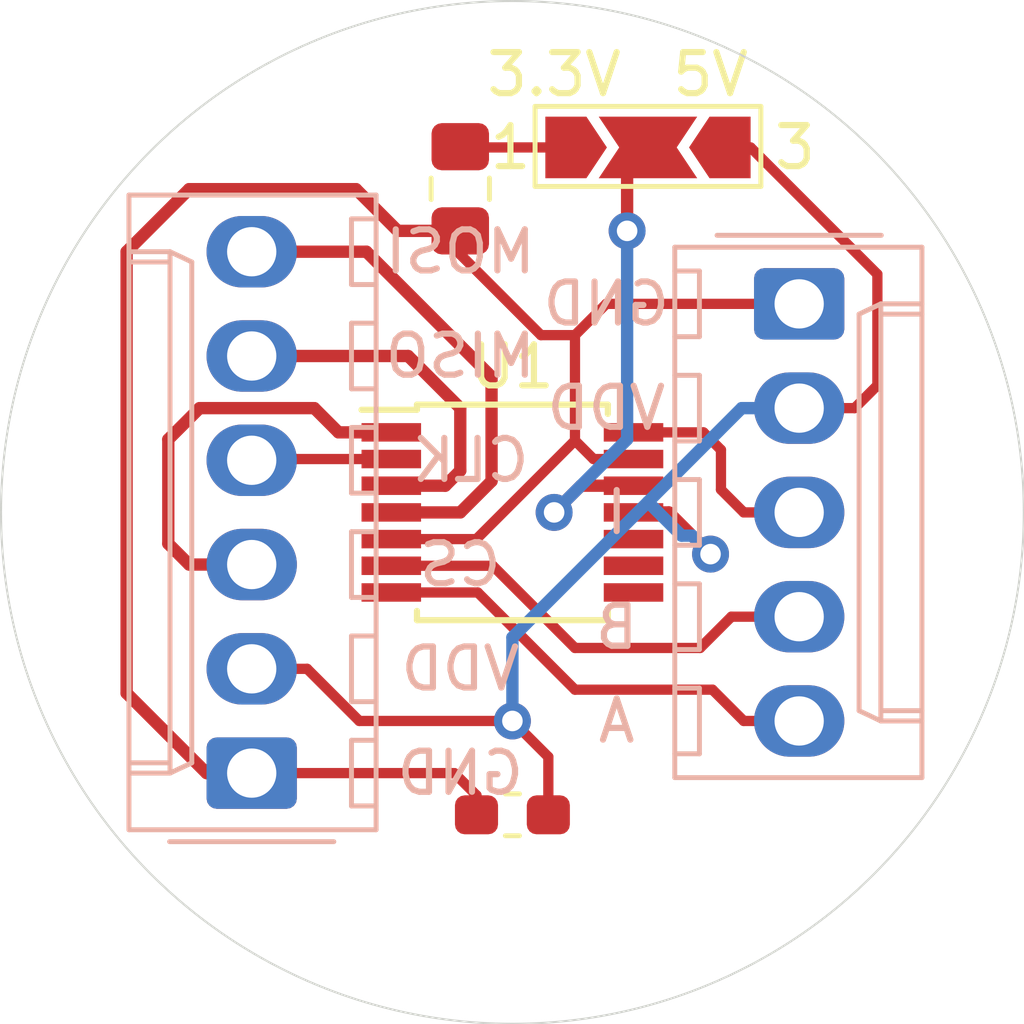
<source format=kicad_pcb>
(kicad_pcb (version 20171130) (host pcbnew "(5.1.5)-3")

  (general
    (thickness 1.6)
    (drawings 14)
    (tracks 85)
    (zones 0)
    (modules 6)
    (nets 15)
  )

  (page A4)
  (layers
    (0 F.Cu signal)
    (31 B.Cu signal)
    (32 B.Adhes user)
    (33 F.Adhes user)
    (34 B.Paste user)
    (35 F.Paste user)
    (36 B.SilkS user)
    (37 F.SilkS user)
    (38 B.Mask user)
    (39 F.Mask user)
    (40 Dwgs.User user)
    (41 Cmts.User user)
    (42 Eco1.User user)
    (43 Eco2.User user)
    (44 Edge.Cuts user)
    (45 Margin user)
    (46 B.CrtYd user)
    (47 F.CrtYd user)
    (48 B.Fab user)
    (49 F.Fab user)
  )

  (setup
    (last_trace_width 0.25)
    (user_trace_width 0.3)
    (trace_clearance 0.2)
    (zone_clearance 0.508)
    (zone_45_only no)
    (trace_min 0.2)
    (via_size 0.8)
    (via_drill 0.4)
    (via_min_size 0.4)
    (via_min_drill 0.3)
    (user_via 0.9 0.5)
    (uvia_size 0.3)
    (uvia_drill 0.1)
    (uvias_allowed no)
    (uvia_min_size 0.2)
    (uvia_min_drill 0.1)
    (edge_width 0.05)
    (segment_width 0.2)
    (pcb_text_width 0.3)
    (pcb_text_size 1.5 1.5)
    (mod_edge_width 0.12)
    (mod_text_size 1 1)
    (mod_text_width 0.15)
    (pad_size 1.524 1.524)
    (pad_drill 0.762)
    (pad_to_mask_clearance 0.051)
    (solder_mask_min_width 0.25)
    (aux_axis_origin 0 0)
    (visible_elements 7FFFFFFF)
    (pcbplotparams
      (layerselection 0x010fc_ffffffff)
      (usegerberextensions false)
      (usegerberattributes false)
      (usegerberadvancedattributes false)
      (creategerberjobfile false)
      (excludeedgelayer true)
      (linewidth 0.100000)
      (plotframeref false)
      (viasonmask false)
      (mode 1)
      (useauxorigin false)
      (hpglpennumber 1)
      (hpglpenspeed 20)
      (hpglpendiameter 15.000000)
      (psnegative false)
      (psa4output false)
      (plotreference true)
      (plotvalue true)
      (plotinvisibletext false)
      (padsonsilk false)
      (subtractmaskfromsilk false)
      (outputformat 1)
      (mirror false)
      (drillshape 0)
      (scaleselection 1)
      (outputdirectory ""))
  )

  (net 0 "")
  (net 1 "Net-(C1-Pad1)")
  (net 2 GND)
  (net 3 VDD)
  (net 4 "Net-(J1-Pad3)")
  (net 5 "Net-(J1-Pad4)")
  (net 6 "Net-(J1-Pad5)")
  (net 7 "Net-(J2-Pad3)")
  (net 8 "Net-(J2-Pad4)")
  (net 9 "Net-(J2-Pad5)")
  (net 10 "Net-(J2-Pad6)")
  (net 11 "Net-(JP1-Pad2)")
  (net 12 "Net-(U1-Pad8)")
  (net 13 "Net-(U1-Pad9)")
  (net 14 "Net-(U1-Pad10)")

  (net_class Default "Ceci est la Netclass par défaut."
    (clearance 0.2)
    (trace_width 0.25)
    (via_dia 0.8)
    (via_drill 0.4)
    (uvia_dia 0.3)
    (uvia_drill 0.1)
    (add_net GND)
    (add_net "Net-(C1-Pad1)")
    (add_net "Net-(J1-Pad3)")
    (add_net "Net-(J1-Pad4)")
    (add_net "Net-(J1-Pad5)")
    (add_net "Net-(J2-Pad3)")
    (add_net "Net-(J2-Pad4)")
    (add_net "Net-(J2-Pad5)")
    (add_net "Net-(J2-Pad6)")
    (add_net "Net-(JP1-Pad2)")
    (add_net "Net-(U1-Pad10)")
    (add_net "Net-(U1-Pad8)")
    (add_net "Net-(U1-Pad9)")
    (add_net VDD)
  )

  (module Jumper:SolderJumper-3_P2.0mm_Open_TrianglePad1.0x1.5mm_NumberLabels (layer F.Cu) (tedit 5A6480B6) (tstamp 5E81EB49)
    (at 181.102 105.41)
    (descr "SMD Solder Jumper, 1x1.5mm Triangular Pads, 0.3mm gap, open, labeled with numbers")
    (tags "solder jumper open")
    (path /5E7FD0C8)
    (attr virtual)
    (fp_text reference JP1 (at 0.725 -1.775) (layer F.SilkS) hide
      (effects (font (size 1 1) (thickness 0.15)))
    )
    (fp_text value SolderJumper_3_Open (at 0.725 1.925) (layer F.Fab)
      (effects (font (size 1 1) (thickness 0.15)))
    )
    (fp_text user 3 (at 3.580999 0) (layer F.SilkS)
      (effects (font (size 1 1) (thickness 0.15)))
    )
    (fp_text user 1 (at -3.35 0) (layer F.SilkS)
      (effects (font (size 1 1) (thickness 0.15)))
    )
    (fp_line (start -2.75 0.95) (end -2.75 -1) (layer F.SilkS) (width 0.12))
    (fp_line (start 2.75 0.95) (end -2.75 0.95) (layer F.SilkS) (width 0.12))
    (fp_line (start 2.75 -1) (end 2.75 0.95) (layer F.SilkS) (width 0.12))
    (fp_line (start -2.75 -1) (end 2.75 -1) (layer F.SilkS) (width 0.12))
    (fp_line (start -2.98 -1.27) (end 3 -1.27) (layer F.CrtYd) (width 0.05))
    (fp_line (start -2.98 -1.27) (end -2.98 1.25) (layer F.CrtYd) (width 0.05))
    (fp_line (start 3 1.25) (end 3 -1.27) (layer F.CrtYd) (width 0.05))
    (fp_line (start 3 1.25) (end -2.98 1.25) (layer F.CrtYd) (width 0.05))
    (pad "" smd rect (at 1.2 0) (size 1.5 1.5) (layers F.Mask))
    (pad "" smd rect (at -1.2 0) (size 1.5 1.5) (layers F.Mask))
    (pad 1 smd custom (at -2 0) (size 0.3 0.3) (layers F.Cu F.Mask)
      (net 1 "Net-(C1-Pad1)") (zone_connect 2)
      (options (clearance outline) (anchor rect))
      (primitives
        (gr_poly (pts
           (xy -0.5 -0.75) (xy 0.5 -0.75) (xy 1 0) (xy 0.5 0.75) (xy -0.5 0.75)
) (width 0))
      ))
    (pad 2 smd custom (at 0 0) (size 0.3 0.3) (layers F.Cu)
      (net 11 "Net-(JP1-Pad2)") (zone_connect 2)
      (options (clearance outline) (anchor rect))
      (primitives
        (gr_poly (pts
           (xy -1.2 -0.75) (xy 1.2 -0.75) (xy 0.7 0) (xy 1.2 0.75) (xy -1.2 0.75)
           (xy -0.7 0)) (width 0))
      ))
    (pad 3 smd custom (at 2 0 180) (size 0.3 0.3) (layers F.Cu F.Mask)
      (net 3 VDD) (zone_connect 2)
      (options (clearance outline) (anchor rect))
      (primitives
        (gr_poly (pts
           (xy -0.5 -0.75) (xy 0.5 -0.75) (xy 1 0) (xy 0.5 0.75) (xy -0.5 0.75)
) (width 0))
      ))
  )

  (module Capacitor_SMD:C_0805_2012Metric_Pad1.15x1.40mm_HandSolder (layer F.Cu) (tedit 5B36C52B) (tstamp 5E81FB02)
    (at 176.53 106.417 270)
    (descr "Capacitor SMD 0805 (2012 Metric), square (rectangular) end terminal, IPC_7351 nominal with elongated pad for handsoldering. (Body size source: https://docs.google.com/spreadsheets/d/1BsfQQcO9C6DZCsRaXUlFlo91Tg2WpOkGARC1WS5S8t0/edit?usp=sharing), generated with kicad-footprint-generator")
    (tags "capacitor handsolder")
    (path /5E7FE580)
    (attr smd)
    (fp_text reference C1 (at 0 -1.65 90) (layer F.SilkS) hide
      (effects (font (size 1 1) (thickness 0.15)))
    )
    (fp_text value 1µ/10V (at 0 1.65 90) (layer F.Fab)
      (effects (font (size 1 1) (thickness 0.15)))
    )
    (fp_line (start -1 0.6) (end -1 -0.6) (layer F.Fab) (width 0.1))
    (fp_line (start -1 -0.6) (end 1 -0.6) (layer F.Fab) (width 0.1))
    (fp_line (start 1 -0.6) (end 1 0.6) (layer F.Fab) (width 0.1))
    (fp_line (start 1 0.6) (end -1 0.6) (layer F.Fab) (width 0.1))
    (fp_line (start -0.261252 -0.71) (end 0.261252 -0.71) (layer F.SilkS) (width 0.12))
    (fp_line (start -0.261252 0.71) (end 0.261252 0.71) (layer F.SilkS) (width 0.12))
    (fp_line (start -1.85 0.95) (end -1.85 -0.95) (layer F.CrtYd) (width 0.05))
    (fp_line (start -1.85 -0.95) (end 1.85 -0.95) (layer F.CrtYd) (width 0.05))
    (fp_line (start 1.85 -0.95) (end 1.85 0.95) (layer F.CrtYd) (width 0.05))
    (fp_line (start 1.85 0.95) (end -1.85 0.95) (layer F.CrtYd) (width 0.05))
    (fp_text user %R (at 0 0 90) (layer F.Fab)
      (effects (font (size 0.5 0.5) (thickness 0.08)))
    )
    (pad 1 smd roundrect (at -1.025 0 270) (size 1.15 1.4) (layers F.Cu F.Paste F.Mask) (roundrect_rratio 0.217391)
      (net 1 "Net-(C1-Pad1)"))
    (pad 2 smd roundrect (at 1.025 0 270) (size 1.15 1.4) (layers F.Cu F.Paste F.Mask) (roundrect_rratio 0.217391)
      (net 2 GND))
    (model ${KISYS3DMOD}/Capacitor_SMD.3dshapes/C_0805_2012Metric.wrl
      (at (xyz 0 0 0))
      (scale (xyz 1 1 1))
      (rotate (xyz 0 0 0))
    )
  )

  (module Capacitor_SMD:C_0603_1608Metric_Pad1.05x0.95mm_HandSolder (layer F.Cu) (tedit 5B301BBE) (tstamp 5E81EAD2)
    (at 177.8 121.666)
    (descr "Capacitor SMD 0603 (1608 Metric), square (rectangular) end terminal, IPC_7351 nominal with elongated pad for handsoldering. (Body size source: http://www.tortai-tech.com/upload/download/2011102023233369053.pdf), generated with kicad-footprint-generator")
    (tags "capacitor handsolder")
    (path /5E806C8F)
    (attr smd)
    (fp_text reference C2 (at 0 -1.43) (layer F.SilkS) hide
      (effects (font (size 1 1) (thickness 0.15)))
    )
    (fp_text value 10n (at 0 1.43) (layer F.Fab)
      (effects (font (size 1 1) (thickness 0.15)))
    )
    (fp_line (start -0.8 0.4) (end -0.8 -0.4) (layer F.Fab) (width 0.1))
    (fp_line (start -0.8 -0.4) (end 0.8 -0.4) (layer F.Fab) (width 0.1))
    (fp_line (start 0.8 -0.4) (end 0.8 0.4) (layer F.Fab) (width 0.1))
    (fp_line (start 0.8 0.4) (end -0.8 0.4) (layer F.Fab) (width 0.1))
    (fp_line (start -0.171267 -0.51) (end 0.171267 -0.51) (layer F.SilkS) (width 0.12))
    (fp_line (start -0.171267 0.51) (end 0.171267 0.51) (layer F.SilkS) (width 0.12))
    (fp_line (start -1.65 0.73) (end -1.65 -0.73) (layer F.CrtYd) (width 0.05))
    (fp_line (start -1.65 -0.73) (end 1.65 -0.73) (layer F.CrtYd) (width 0.05))
    (fp_line (start 1.65 -0.73) (end 1.65 0.73) (layer F.CrtYd) (width 0.05))
    (fp_line (start 1.65 0.73) (end -1.65 0.73) (layer F.CrtYd) (width 0.05))
    (fp_text user %R (at 0 0) (layer F.Fab)
      (effects (font (size 0.4 0.4) (thickness 0.06)))
    )
    (pad 1 smd roundrect (at -0.875 0) (size 1.05 0.95) (layers F.Cu F.Paste F.Mask) (roundrect_rratio 0.25)
      (net 2 GND))
    (pad 2 smd roundrect (at 0.875 0) (size 1.05 0.95) (layers F.Cu F.Paste F.Mask) (roundrect_rratio 0.25)
      (net 3 VDD))
    (model ${KISYS3DMOD}/Capacitor_SMD.3dshapes/C_0603_1608Metric.wrl
      (at (xyz 0 0 0))
      (scale (xyz 1 1 1))
      (rotate (xyz 0 0 0))
    )
  )

  (module Connector_Molex:Molex_KK-254_AE-6410-05A_1x05_P2.54mm_Vertical (layer B.Cu) (tedit 5B78013E) (tstamp 5E81EB02)
    (at 184.785 109.22 270)
    (descr "Molex KK-254 Interconnect System, old/engineering part number: AE-6410-05A example for new part number: 22-27-2051, 5 Pins (http://www.molex.com/pdm_docs/sd/022272021_sd.pdf), generated with kicad-footprint-generator")
    (tags "connector Molex KK-254 side entry")
    (path /5E8021AC)
    (fp_text reference J1 (at 5.08 4.12 270) (layer B.SilkS) hide
      (effects (font (size 1 1) (thickness 0.15)) (justify mirror))
    )
    (fp_text value Conn_01x05 (at 5.08 -4.08 270) (layer B.Fab) hide
      (effects (font (size 1 1) (thickness 0.15)) (justify mirror))
    )
    (fp_line (start -1.27 2.92) (end -1.27 -2.88) (layer B.Fab) (width 0.1))
    (fp_line (start -1.27 -2.88) (end 11.43 -2.88) (layer B.Fab) (width 0.1))
    (fp_line (start 11.43 -2.88) (end 11.43 2.92) (layer B.Fab) (width 0.1))
    (fp_line (start 11.43 2.92) (end -1.27 2.92) (layer B.Fab) (width 0.1))
    (fp_line (start -1.38 3.03) (end -1.38 -2.99) (layer B.SilkS) (width 0.12))
    (fp_line (start -1.38 -2.99) (end 11.54 -2.99) (layer B.SilkS) (width 0.12))
    (fp_line (start 11.54 -2.99) (end 11.54 3.03) (layer B.SilkS) (width 0.12))
    (fp_line (start 11.54 3.03) (end -1.38 3.03) (layer B.SilkS) (width 0.12))
    (fp_line (start -1.67 2) (end -1.67 -2) (layer B.SilkS) (width 0.12))
    (fp_line (start -1.27 0.5) (end -0.562893 0) (layer B.Fab) (width 0.1))
    (fp_line (start -0.562893 0) (end -1.27 -0.5) (layer B.Fab) (width 0.1))
    (fp_line (start 0 -2.99) (end 0 -1.99) (layer B.SilkS) (width 0.12))
    (fp_line (start 0 -1.99) (end 10.16 -1.99) (layer B.SilkS) (width 0.12))
    (fp_line (start 10.16 -1.99) (end 10.16 -2.99) (layer B.SilkS) (width 0.12))
    (fp_line (start 0 -1.99) (end 0.25 -1.46) (layer B.SilkS) (width 0.12))
    (fp_line (start 0.25 -1.46) (end 9.91 -1.46) (layer B.SilkS) (width 0.12))
    (fp_line (start 9.91 -1.46) (end 10.16 -1.99) (layer B.SilkS) (width 0.12))
    (fp_line (start 0.25 -2.99) (end 0.25 -1.99) (layer B.SilkS) (width 0.12))
    (fp_line (start 9.91 -2.99) (end 9.91 -1.99) (layer B.SilkS) (width 0.12))
    (fp_line (start -0.8 3.03) (end -0.8 2.43) (layer B.SilkS) (width 0.12))
    (fp_line (start -0.8 2.43) (end 0.8 2.43) (layer B.SilkS) (width 0.12))
    (fp_line (start 0.8 2.43) (end 0.8 3.03) (layer B.SilkS) (width 0.12))
    (fp_line (start 1.74 3.03) (end 1.74 2.43) (layer B.SilkS) (width 0.12))
    (fp_line (start 1.74 2.43) (end 3.34 2.43) (layer B.SilkS) (width 0.12))
    (fp_line (start 3.34 2.43) (end 3.34 3.03) (layer B.SilkS) (width 0.12))
    (fp_line (start 4.28 3.03) (end 4.28 2.43) (layer B.SilkS) (width 0.12))
    (fp_line (start 4.28 2.43) (end 5.88 2.43) (layer B.SilkS) (width 0.12))
    (fp_line (start 5.88 2.43) (end 5.88 3.03) (layer B.SilkS) (width 0.12))
    (fp_line (start 6.82 3.03) (end 6.82 2.43) (layer B.SilkS) (width 0.12))
    (fp_line (start 6.82 2.43) (end 8.42 2.43) (layer B.SilkS) (width 0.12))
    (fp_line (start 8.42 2.43) (end 8.42 3.03) (layer B.SilkS) (width 0.12))
    (fp_line (start 9.36 3.03) (end 9.36 2.43) (layer B.SilkS) (width 0.12))
    (fp_line (start 9.36 2.43) (end 10.96 2.43) (layer B.SilkS) (width 0.12))
    (fp_line (start 10.96 2.43) (end 10.96 3.03) (layer B.SilkS) (width 0.12))
    (fp_line (start -1.77 3.42) (end -1.77 -3.38) (layer B.CrtYd) (width 0.05))
    (fp_line (start -1.77 -3.38) (end 11.93 -3.38) (layer B.CrtYd) (width 0.05))
    (fp_line (start 11.93 -3.38) (end 11.93 3.42) (layer B.CrtYd) (width 0.05))
    (fp_line (start 11.93 3.42) (end -1.77 3.42) (layer B.CrtYd) (width 0.05))
    (fp_text user %R (at 5.08 2.22 270) (layer B.Fab) hide
      (effects (font (size 1 1) (thickness 0.15)) (justify mirror))
    )
    (pad 1 thru_hole roundrect (at 0 0 270) (size 1.74 2.2) (drill 1.2) (layers *.Cu *.Mask) (roundrect_rratio 0.143678)
      (net 2 GND))
    (pad 2 thru_hole oval (at 2.54 0 270) (size 1.74 2.2) (drill 1.2) (layers *.Cu *.Mask)
      (net 3 VDD))
    (pad 3 thru_hole oval (at 5.08 0 270) (size 1.74 2.2) (drill 1.2) (layers *.Cu *.Mask)
      (net 4 "Net-(J1-Pad3)"))
    (pad 4 thru_hole oval (at 7.62 0 270) (size 1.74 2.2) (drill 1.2) (layers *.Cu *.Mask)
      (net 5 "Net-(J1-Pad4)"))
    (pad 5 thru_hole oval (at 10.16 0 270) (size 1.74 2.2) (drill 1.2) (layers *.Cu *.Mask)
      (net 6 "Net-(J1-Pad5)"))
    (model ${KISYS3DMOD}/Connector_Molex.3dshapes/Molex_KK-254_AE-6410-05A_1x05_P2.54mm_Vertical.wrl
      (at (xyz 0 0 0))
      (scale (xyz 1 1 1))
      (rotate (xyz 0 0 0))
    )
  )

  (module Connector_Molex:Molex_KK-254_AE-6410-06A_1x06_P2.54mm_Vertical (layer B.Cu) (tedit 5B78013E) (tstamp 5E81EB36)
    (at 171.45 120.65 90)
    (descr "Molex KK-254 Interconnect System, old/engineering part number: AE-6410-06A example for new part number: 22-27-2061, 6 Pins (http://www.molex.com/pdm_docs/sd/022272021_sd.pdf), generated with kicad-footprint-generator")
    (tags "connector Molex KK-254 side entry")
    (path /5E803201)
    (fp_text reference J2 (at 6.35 4.12 -90) (layer B.SilkS) hide
      (effects (font (size 1 1) (thickness 0.15)) (justify mirror))
    )
    (fp_text value Conn_01x06 (at 6.35 -4.08 -90) (layer B.Fab) hide
      (effects (font (size 1 1) (thickness 0.15)) (justify mirror))
    )
    (fp_line (start -1.27 2.92) (end -1.27 -2.88) (layer B.Fab) (width 0.1))
    (fp_line (start -1.27 -2.88) (end 13.97 -2.88) (layer B.Fab) (width 0.1))
    (fp_line (start 13.97 -2.88) (end 13.97 2.92) (layer B.Fab) (width 0.1))
    (fp_line (start 13.97 2.92) (end -1.27 2.92) (layer B.Fab) (width 0.1))
    (fp_line (start -1.38 3.03) (end -1.38 -2.99) (layer B.SilkS) (width 0.12))
    (fp_line (start -1.38 -2.99) (end 14.08 -2.99) (layer B.SilkS) (width 0.12))
    (fp_line (start 14.08 -2.99) (end 14.08 3.03) (layer B.SilkS) (width 0.12))
    (fp_line (start 14.08 3.03) (end -1.38 3.03) (layer B.SilkS) (width 0.12))
    (fp_line (start -1.67 2) (end -1.67 -2) (layer B.SilkS) (width 0.12))
    (fp_line (start -1.27 0.5) (end -0.562893 0) (layer B.Fab) (width 0.1))
    (fp_line (start -0.562893 0) (end -1.27 -0.5) (layer B.Fab) (width 0.1))
    (fp_line (start 0 -2.99) (end 0 -1.99) (layer B.SilkS) (width 0.12))
    (fp_line (start 0 -1.99) (end 12.7 -1.99) (layer B.SilkS) (width 0.12))
    (fp_line (start 12.7 -1.99) (end 12.7 -2.99) (layer B.SilkS) (width 0.12))
    (fp_line (start 0 -1.99) (end 0.25 -1.46) (layer B.SilkS) (width 0.12))
    (fp_line (start 0.25 -1.46) (end 12.45 -1.46) (layer B.SilkS) (width 0.12))
    (fp_line (start 12.45 -1.46) (end 12.7 -1.99) (layer B.SilkS) (width 0.12))
    (fp_line (start 0.25 -2.99) (end 0.25 -1.99) (layer B.SilkS) (width 0.12))
    (fp_line (start 12.45 -2.99) (end 12.45 -1.99) (layer B.SilkS) (width 0.12))
    (fp_line (start -0.8 3.03) (end -0.8 2.43) (layer B.SilkS) (width 0.12))
    (fp_line (start -0.8 2.43) (end 0.8 2.43) (layer B.SilkS) (width 0.12))
    (fp_line (start 0.8 2.43) (end 0.8 3.03) (layer B.SilkS) (width 0.12))
    (fp_line (start 1.74 3.03) (end 1.74 2.43) (layer B.SilkS) (width 0.12))
    (fp_line (start 1.74 2.43) (end 3.34 2.43) (layer B.SilkS) (width 0.12))
    (fp_line (start 3.34 2.43) (end 3.34 3.03) (layer B.SilkS) (width 0.12))
    (fp_line (start 4.28 3.03) (end 4.28 2.43) (layer B.SilkS) (width 0.12))
    (fp_line (start 4.28 2.43) (end 5.88 2.43) (layer B.SilkS) (width 0.12))
    (fp_line (start 5.88 2.43) (end 5.88 3.03) (layer B.SilkS) (width 0.12))
    (fp_line (start 6.82 3.03) (end 6.82 2.43) (layer B.SilkS) (width 0.12))
    (fp_line (start 6.82 2.43) (end 8.42 2.43) (layer B.SilkS) (width 0.12))
    (fp_line (start 8.42 2.43) (end 8.42 3.03) (layer B.SilkS) (width 0.12))
    (fp_line (start 9.36 3.03) (end 9.36 2.43) (layer B.SilkS) (width 0.12))
    (fp_line (start 9.36 2.43) (end 10.96 2.43) (layer B.SilkS) (width 0.12))
    (fp_line (start 10.96 2.43) (end 10.96 3.03) (layer B.SilkS) (width 0.12))
    (fp_line (start 11.9 3.03) (end 11.9 2.43) (layer B.SilkS) (width 0.12))
    (fp_line (start 11.9 2.43) (end 13.5 2.43) (layer B.SilkS) (width 0.12))
    (fp_line (start 13.5 2.43) (end 13.5 3.03) (layer B.SilkS) (width 0.12))
    (fp_line (start -1.77 3.42) (end -1.77 -3.38) (layer B.CrtYd) (width 0.05))
    (fp_line (start -1.77 -3.38) (end 14.47 -3.38) (layer B.CrtYd) (width 0.05))
    (fp_line (start 14.47 -3.38) (end 14.47 3.42) (layer B.CrtYd) (width 0.05))
    (fp_line (start 14.47 3.42) (end -1.77 3.42) (layer B.CrtYd) (width 0.05))
    (fp_text user %R (at 6.35 2.22 -90) (layer B.Fab) hide
      (effects (font (size 1 1) (thickness 0.15)) (justify mirror))
    )
    (pad 1 thru_hole roundrect (at 0 0 90) (size 1.74 2.2) (drill 1.2) (layers *.Cu *.Mask) (roundrect_rratio 0.143678)
      (net 2 GND))
    (pad 2 thru_hole oval (at 2.54 0 90) (size 1.74 2.2) (drill 1.2) (layers *.Cu *.Mask)
      (net 3 VDD))
    (pad 3 thru_hole oval (at 5.08 0 90) (size 1.74 2.2) (drill 1.2) (layers *.Cu *.Mask)
      (net 7 "Net-(J2-Pad3)"))
    (pad 4 thru_hole oval (at 7.62 0 90) (size 1.74 2.2) (drill 1.2) (layers *.Cu *.Mask)
      (net 8 "Net-(J2-Pad4)"))
    (pad 5 thru_hole oval (at 10.16 0 90) (size 1.74 2.2) (drill 1.2) (layers *.Cu *.Mask)
      (net 9 "Net-(J2-Pad5)"))
    (pad 6 thru_hole oval (at 12.7 0 90) (size 1.74 2.2) (drill 1.2) (layers *.Cu *.Mask)
      (net 10 "Net-(J2-Pad6)"))
    (model ${KISYS3DMOD}/Connector_Molex.3dshapes/Molex_KK-254_AE-6410-06A_1x06_P2.54mm_Vertical.wrl
      (at (xyz 0 0 0))
      (scale (xyz 1 1 1))
      (rotate (xyz 0 0 0))
    )
  )

  (module Package_SO:TSSOP-14_4.4x5mm_P0.65mm (layer F.Cu) (tedit 5A02F25C) (tstamp 5E81EB6C)
    (at 177.8 114.3)
    (descr "14-Lead Plastic Thin Shrink Small Outline (ST)-4.4 mm Body [TSSOP] (see Microchip Packaging Specification 00000049BS.pdf)")
    (tags "SSOP 0.65")
    (path /5E7FB334)
    (attr smd)
    (fp_text reference U1 (at 0 -3.55) (layer F.SilkS)
      (effects (font (size 1 1) (thickness 0.15)))
    )
    (fp_text value AS5047P (at 0 3.55) (layer F.Fab)
      (effects (font (size 1 1) (thickness 0.15)))
    )
    (fp_line (start -1.2 -2.5) (end 2.2 -2.5) (layer F.Fab) (width 0.15))
    (fp_line (start 2.2 -2.5) (end 2.2 2.5) (layer F.Fab) (width 0.15))
    (fp_line (start 2.2 2.5) (end -2.2 2.5) (layer F.Fab) (width 0.15))
    (fp_line (start -2.2 2.5) (end -2.2 -1.5) (layer F.Fab) (width 0.15))
    (fp_line (start -2.2 -1.5) (end -1.2 -2.5) (layer F.Fab) (width 0.15))
    (fp_line (start -3.95 -2.8) (end -3.95 2.8) (layer F.CrtYd) (width 0.05))
    (fp_line (start 3.95 -2.8) (end 3.95 2.8) (layer F.CrtYd) (width 0.05))
    (fp_line (start -3.95 -2.8) (end 3.95 -2.8) (layer F.CrtYd) (width 0.05))
    (fp_line (start -3.95 2.8) (end 3.95 2.8) (layer F.CrtYd) (width 0.05))
    (fp_line (start -2.325 -2.625) (end -2.325 -2.5) (layer F.SilkS) (width 0.15))
    (fp_line (start 2.325 -2.625) (end 2.325 -2.4) (layer F.SilkS) (width 0.15))
    (fp_line (start 2.325 2.625) (end 2.325 2.4) (layer F.SilkS) (width 0.15))
    (fp_line (start -2.325 2.625) (end -2.325 2.4) (layer F.SilkS) (width 0.15))
    (fp_line (start -2.325 -2.625) (end 2.325 -2.625) (layer F.SilkS) (width 0.15))
    (fp_line (start -2.325 2.625) (end 2.325 2.625) (layer F.SilkS) (width 0.15))
    (fp_line (start -2.325 -2.5) (end -3.675 -2.5) (layer F.SilkS) (width 0.15))
    (fp_text user %R (at 0 0) (layer F.Fab)
      (effects (font (size 0.8 0.8) (thickness 0.15)))
    )
    (pad 1 smd rect (at -2.95 -1.95) (size 1.45 0.45) (layers F.Cu F.Paste F.Mask)
      (net 7 "Net-(J2-Pad3)"))
    (pad 2 smd rect (at -2.95 -1.3) (size 1.45 0.45) (layers F.Cu F.Paste F.Mask)
      (net 8 "Net-(J2-Pad4)"))
    (pad 3 smd rect (at -2.95 -0.65) (size 1.45 0.45) (layers F.Cu F.Paste F.Mask)
      (net 9 "Net-(J2-Pad5)"))
    (pad 4 smd rect (at -2.95 0) (size 1.45 0.45) (layers F.Cu F.Paste F.Mask)
      (net 10 "Net-(J2-Pad6)"))
    (pad 5 smd rect (at -2.95 0.65) (size 1.45 0.45) (layers F.Cu F.Paste F.Mask)
      (net 2 GND))
    (pad 6 smd rect (at -2.95 1.3) (size 1.45 0.45) (layers F.Cu F.Paste F.Mask)
      (net 5 "Net-(J1-Pad4)"))
    (pad 7 smd rect (at -2.95 1.95) (size 1.45 0.45) (layers F.Cu F.Paste F.Mask)
      (net 6 "Net-(J1-Pad5)"))
    (pad 8 smd rect (at 2.95 1.95) (size 1.45 0.45) (layers F.Cu F.Paste F.Mask)
      (net 12 "Net-(U1-Pad8)"))
    (pad 9 smd rect (at 2.95 1.3) (size 1.45 0.45) (layers F.Cu F.Paste F.Mask)
      (net 13 "Net-(U1-Pad9)"))
    (pad 10 smd rect (at 2.95 0.65) (size 1.45 0.45) (layers F.Cu F.Paste F.Mask)
      (net 14 "Net-(U1-Pad10)"))
    (pad 11 smd rect (at 2.95 0) (size 1.45 0.45) (layers F.Cu F.Paste F.Mask)
      (net 3 VDD))
    (pad 12 smd rect (at 2.95 -0.65) (size 1.45 0.45) (layers F.Cu F.Paste F.Mask)
      (net 11 "Net-(JP1-Pad2)"))
    (pad 13 smd rect (at 2.95 -1.3) (size 1.45 0.45) (layers F.Cu F.Paste F.Mask)
      (net 2 GND))
    (pad 14 smd rect (at 2.95 -1.95) (size 1.45 0.45) (layers F.Cu F.Paste F.Mask)
      (net 4 "Net-(J1-Pad3)"))
    (model ${KISYS3DMOD}/Package_SO.3dshapes/TSSOP-14_4.4x5mm_P0.65mm.wrl
      (at (xyz 0 0 0))
      (scale (xyz 1 1 1))
      (rotate (xyz 0 0 0))
    )
  )

  (gr_circle (center 177.8 114.3) (end 189.738 117.856) (layer Edge.Cuts) (width 0.05))
  (gr_text GND (at 176.53 120.65) (layer B.SilkS)
    (effects (font (size 1 1) (thickness 0.15)) (justify mirror))
  )
  (gr_text VDD (at 176.53 118.11) (layer B.SilkS)
    (effects (font (size 1 1) (thickness 0.15)) (justify mirror))
  )
  (gr_text CS (at 176.53 115.57) (layer B.SilkS)
    (effects (font (size 1 1) (thickness 0.15)) (justify mirror))
  )
  (gr_text CLK (at 176.784 113.03) (layer B.SilkS)
    (effects (font (size 1 1) (thickness 0.15)) (justify mirror))
  )
  (gr_text MISO (at 176.53 110.49) (layer B.SilkS)
    (effects (font (size 1 1) (thickness 0.15)) (justify mirror))
  )
  (gr_text MOSI (at 176.53 107.95) (layer B.SilkS)
    (effects (font (size 1 1) (thickness 0.15)) (justify mirror))
  )
  (gr_text B (at 180.34 117.094) (layer B.SilkS)
    (effects (font (size 1 1) (thickness 0.15)) (justify mirror))
  )
  (gr_text A (at 180.34 119.38) (layer B.SilkS)
    (effects (font (size 1 1) (thickness 0.15)) (justify mirror))
  )
  (gr_text I (at 180.34 114.3) (layer B.SilkS)
    (effects (font (size 1 1) (thickness 0.15)) (justify mirror))
  )
  (gr_text VDD (at 180.086 111.76) (layer B.SilkS)
    (effects (font (size 1 1) (thickness 0.15)) (justify mirror))
  )
  (gr_text GND (at 180.086 109.22) (layer B.SilkS)
    (effects (font (size 1 1) (thickness 0.15)) (justify mirror))
  )
  (gr_text 5V (at 182.626 103.632) (layer F.SilkS)
    (effects (font (size 1 1) (thickness 0.15)))
  )
  (gr_text 3.3V (at 178.816 103.632) (layer F.SilkS)
    (effects (font (size 1 1) (thickness 0.15)))
  )

  (segment (start 176.548 105.41) (end 176.53 105.392) (width 0.25) (layer F.Cu) (net 1))
  (segment (start 179.102 105.41) (end 176.548 105.41) (width 0.25) (layer F.Cu) (net 1))
  (segment (start 179.775 113) (end 179.324 112.549) (width 0.25) (layer F.Cu) (net 2))
  (segment (start 180.75 113) (end 179.775 113) (width 0.25) (layer F.Cu) (net 2))
  (segment (start 179.324 112.549) (end 179.324 109.982) (width 0.25) (layer F.Cu) (net 2))
  (segment (start 180.086 109.22) (end 184.785 109.22) (width 0.25) (layer F.Cu) (net 2))
  (segment (start 179.324 109.982) (end 180.086 109.22) (width 0.25) (layer F.Cu) (net 2))
  (segment (start 176.923 114.95) (end 179.324 112.549) (width 0.25) (layer F.Cu) (net 2))
  (segment (start 174.85 114.95) (end 176.923 114.95) (width 0.25) (layer F.Cu) (net 2))
  (segment (start 176.925 121.191) (end 176.925 121.666) (width 0.25) (layer F.Cu) (net 2))
  (segment (start 176.384 120.65) (end 176.925 121.191) (width 0.25) (layer F.Cu) (net 2))
  (segment (start 171.45 120.65) (end 176.384 120.65) (width 0.25) (layer F.Cu) (net 2))
  (segment (start 178.495 109.982) (end 179.324 109.982) (width 0.25) (layer F.Cu) (net 2))
  (segment (start 176.53 108.017) (end 178.495 109.982) (width 0.25) (layer F.Cu) (net 2))
  (segment (start 176.53 107.442) (end 176.53 108.017) (width 0.25) (layer F.Cu) (net 2))
  (segment (start 170.35 120.65) (end 168.402 118.702) (width 0.3) (layer F.Cu) (net 2))
  (segment (start 171.45 120.65) (end 170.35 120.65) (width 0.3) (layer F.Cu) (net 2))
  (segment (start 168.402 118.702) (end 168.402 107.95) (width 0.3) (layer F.Cu) (net 2))
  (segment (start 168.402 107.95) (end 169.926 106.426) (width 0.3) (layer F.Cu) (net 2))
  (segment (start 169.926 106.426) (end 173.99 106.426) (width 0.3) (layer F.Cu) (net 2))
  (segment (start 175.006 107.442) (end 176.53 107.442) (width 0.3) (layer F.Cu) (net 2))
  (segment (start 173.99 106.426) (end 175.006 107.442) (width 0.3) (layer F.Cu) (net 2))
  (segment (start 172.8 118.11) (end 174.07 119.38) (width 0.25) (layer F.Cu) (net 3))
  (segment (start 171.45 118.11) (end 172.8 118.11) (width 0.25) (layer F.Cu) (net 3))
  (segment (start 174.07 119.38) (end 177.8 119.38) (width 0.25) (layer F.Cu) (net 3))
  (segment (start 178.675 120.255) (end 178.675 121.666) (width 0.25) (layer F.Cu) (net 3))
  (segment (start 177.8 119.38) (end 178.675 120.255) (width 0.25) (layer F.Cu) (net 3))
  (segment (start 183.602 105.41) (end 186.69 108.498) (width 0.25) (layer F.Cu) (net 3))
  (segment (start 183.102 105.41) (end 183.602 105.41) (width 0.25) (layer F.Cu) (net 3))
  (segment (start 186.135 111.76) (end 184.785 111.76) (width 0.25) (layer F.Cu) (net 3))
  (segment (start 186.69 111.205) (end 186.135 111.76) (width 0.25) (layer F.Cu) (net 3))
  (segment (start 186.69 108.498) (end 186.69 111.205) (width 0.25) (layer F.Cu) (net 3))
  (via (at 177.8 119.38) (size 0.9) (drill 0.5) (layers F.Cu B.Cu) (net 3))
  (segment (start 177.8 117.345) (end 177.8 119.38) (width 0.3) (layer B.Cu) (net 3))
  (segment (start 184.785 111.76) (end 183.385 111.76) (width 0.3) (layer B.Cu) (net 3))
  (via (at 182.626 115.316) (size 0.9) (drill 0.5) (layers F.Cu B.Cu) (net 3))
  (segment (start 180.75 114.3) (end 181.61 114.3) (width 0.3) (layer F.Cu) (net 3))
  (segment (start 181.61 114.3) (end 182.626 115.316) (width 0.3) (layer F.Cu) (net 3))
  (segment (start 181.922001 114.866001) (end 181.102 114.046) (width 0.3) (layer B.Cu) (net 3))
  (segment (start 182.176001 114.866001) (end 181.922001 114.866001) (width 0.3) (layer B.Cu) (net 3))
  (segment (start 182.626 115.316) (end 182.176001 114.866001) (width 0.3) (layer B.Cu) (net 3))
  (segment (start 183.385 111.76) (end 181.102 114.046) (width 0.3) (layer B.Cu) (net 3))
  (segment (start 181.102 114.046) (end 177.8 117.345) (width 0.3) (layer B.Cu) (net 3))
  (segment (start 180.75 112.35) (end 182.454 112.35) (width 0.25) (layer F.Cu) (net 4))
  (segment (start 182.454 112.35) (end 182.88 112.776) (width 0.25) (layer F.Cu) (net 4))
  (segment (start 183.435 114.3) (end 184.785 114.3) (width 0.25) (layer F.Cu) (net 4))
  (segment (start 182.88 113.745) (end 183.435 114.3) (width 0.25) (layer F.Cu) (net 4))
  (segment (start 182.88 112.776) (end 182.88 113.745) (width 0.25) (layer F.Cu) (net 4))
  (segment (start 183.134 116.84) (end 184.785 116.84) (width 0.25) (layer F.Cu) (net 5))
  (segment (start 182.372 117.602) (end 183.134 116.84) (width 0.25) (layer F.Cu) (net 5))
  (segment (start 177.322 115.6) (end 179.324 117.602) (width 0.25) (layer F.Cu) (net 5))
  (segment (start 174.85 115.6) (end 177.322 115.6) (width 0.25) (layer F.Cu) (net 5))
  (segment (start 179.324 117.602) (end 182.372 117.602) (width 0.25) (layer F.Cu) (net 5))
  (segment (start 182.673 118.618) (end 183.435 119.38) (width 0.25) (layer F.Cu) (net 6))
  (segment (start 179.324 118.618) (end 182.673 118.618) (width 0.25) (layer F.Cu) (net 6))
  (segment (start 176.956 116.25) (end 179.324 118.618) (width 0.25) (layer F.Cu) (net 6))
  (segment (start 183.435 119.38) (end 184.785 119.38) (width 0.25) (layer F.Cu) (net 6))
  (segment (start 174.85 116.25) (end 176.956 116.25) (width 0.25) (layer F.Cu) (net 6))
  (segment (start 174.85 112.35) (end 173.564 112.35) (width 0.3) (layer F.Cu) (net 7))
  (segment (start 173.564 112.35) (end 172.974 111.76) (width 0.3) (layer F.Cu) (net 7))
  (segment (start 172.974 111.76) (end 170.18 111.76) (width 0.3) (layer F.Cu) (net 7))
  (segment (start 170.18 111.76) (end 169.418 112.522) (width 0.3) (layer F.Cu) (net 7))
  (segment (start 169.418 112.522) (end 169.418 115.062) (width 0.3) (layer F.Cu) (net 7))
  (segment (start 169.926 115.57) (end 171.45 115.57) (width 0.3) (layer F.Cu) (net 7))
  (segment (start 169.418 115.062) (end 169.926 115.57) (width 0.3) (layer F.Cu) (net 7))
  (segment (start 171.48 113) (end 171.45 113.03) (width 0.25) (layer F.Cu) (net 8))
  (segment (start 174.85 113) (end 171.48 113) (width 0.25) (layer F.Cu) (net 8))
  (segment (start 171.45 110.49) (end 175.26 110.49) (width 0.3) (layer F.Cu) (net 9))
  (segment (start 175.26 110.49) (end 176.53 111.76) (width 0.3) (layer F.Cu) (net 9))
  (segment (start 176.53 111.76) (end 176.53 113.284) (width 0.3) (layer F.Cu) (net 9))
  (segment (start 176.164 113.65) (end 174.85 113.65) (width 0.3) (layer F.Cu) (net 9))
  (segment (start 176.53 113.284) (end 176.164 113.65) (width 0.3) (layer F.Cu) (net 9))
  (segment (start 176.53 114.3) (end 177.292 113.538) (width 0.3) (layer F.Cu) (net 10))
  (segment (start 174.85 114.3) (end 176.53 114.3) (width 0.3) (layer F.Cu) (net 10))
  (segment (start 171.45 107.95) (end 174.244 107.95) (width 0.3) (layer F.Cu) (net 10))
  (segment (start 177.292 110.998) (end 177.292 113.538) (width 0.3) (layer F.Cu) (net 10))
  (segment (start 174.244 107.95) (end 177.292 110.998) (width 0.3) (layer F.Cu) (net 10))
  (segment (start 180.75 113.65) (end 179.466 113.65) (width 0.3) (layer F.Cu) (net 11))
  (via (at 178.816 114.3) (size 0.9) (drill 0.5) (layers F.Cu B.Cu) (net 11))
  (segment (start 179.466 113.65) (end 178.816 114.3) (width 0.3) (layer F.Cu) (net 11))
  (via (at 180.594 107.442) (size 0.9) (drill 0.5) (layers F.Cu B.Cu) (net 11))
  (segment (start 178.816 114.3) (end 180.594 112.522) (width 0.3) (layer B.Cu) (net 11))
  (segment (start 180.594 112.522) (end 180.594 107.442) (width 0.3) (layer B.Cu) (net 11))
  (segment (start 180.594 105.918) (end 181.102 105.41) (width 0.3) (layer F.Cu) (net 11))
  (segment (start 180.594 107.442) (end 180.594 105.918) (width 0.3) (layer F.Cu) (net 11))

)

</source>
